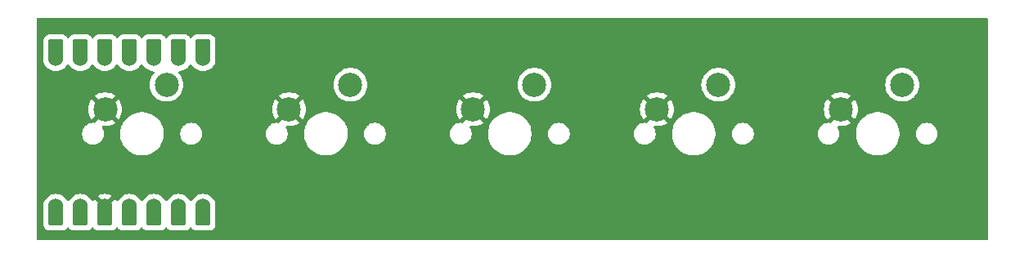
<source format=gbr>
%TF.GenerationSoftware,KiCad,Pcbnew,8.0.5*%
%TF.CreationDate,2024-10-28T21:30:14-07:00*%
%TF.ProjectId,PRISM Macro Pad,50524953-4d20-44d6-9163-726f20506164,rev?*%
%TF.SameCoordinates,Original*%
%TF.FileFunction,Copper,L2,Bot*%
%TF.FilePolarity,Positive*%
%FSLAX46Y46*%
G04 Gerber Fmt 4.6, Leading zero omitted, Abs format (unit mm)*
G04 Created by KiCad (PCBNEW 8.0.5) date 2024-10-28 21:30:14*
%MOMM*%
%LPD*%
G01*
G04 APERTURE LIST*
G04 Aperture macros list*
%AMRoundRect*
0 Rectangle with rounded corners*
0 $1 Rounding radius*
0 $2 $3 $4 $5 $6 $7 $8 $9 X,Y pos of 4 corners*
0 Add a 4 corners polygon primitive as box body*
4,1,4,$2,$3,$4,$5,$6,$7,$8,$9,$2,$3,0*
0 Add four circle primitives for the rounded corners*
1,1,$1+$1,$2,$3*
1,1,$1+$1,$4,$5*
1,1,$1+$1,$6,$7*
1,1,$1+$1,$8,$9*
0 Add four rect primitives between the rounded corners*
20,1,$1+$1,$2,$3,$4,$5,0*
20,1,$1+$1,$4,$5,$6,$7,0*
20,1,$1+$1,$6,$7,$8,$9,0*
20,1,$1+$1,$8,$9,$2,$3,0*%
G04 Aperture macros list end*
%TA.AperFunction,SMDPad,CuDef*%
%ADD10RoundRect,0.152400X0.609600X-1.063600X0.609600X1.063600X-0.609600X1.063600X-0.609600X-1.063600X0*%
%TD*%
%TA.AperFunction,ComponentPad*%
%ADD11C,1.524000*%
%TD*%
%TA.AperFunction,SMDPad,CuDef*%
%ADD12RoundRect,0.152400X-0.609600X1.063600X-0.609600X-1.063600X0.609600X-1.063600X0.609600X1.063600X0*%
%TD*%
%TA.AperFunction,ComponentPad*%
%ADD13C,2.500000*%
%TD*%
G04 APERTURE END LIST*
D10*
%TO.P,U1,1,PA02_A0_D0*%
%TO.N,unconnected-(U1-PA02_A0_D0-Pad1)*%
X108000000Y-73925000D03*
D11*
X108000000Y-74760000D03*
D10*
%TO.P,U1,2,PA4_A1_D1*%
%TO.N,unconnected-(U1-PA4_A1_D1-Pad2)*%
X110540000Y-73925000D03*
D11*
X110540000Y-74760000D03*
D10*
%TO.P,U1,3,PA10_A2_D2*%
%TO.N,Net-(U1-PA10_A2_D2)*%
X113080000Y-73925000D03*
D11*
X113080000Y-74760000D03*
D10*
%TO.P,U1,4,PA11_A3_D3*%
%TO.N,Net-(U1-PA11_A3_D3)*%
X115620000Y-73925000D03*
D11*
X115620000Y-74760000D03*
D10*
%TO.P,U1,5,PA8_A4_D4_SDA*%
%TO.N,Net-(U1-PA8_A4_D4_SDA)*%
X118160000Y-73925000D03*
D11*
X118160000Y-74760000D03*
D10*
%TO.P,U1,6,PA9_A5_D5_SCL*%
%TO.N,Net-(U1-PA9_A5_D5_SCL)*%
X120700000Y-73925000D03*
D11*
X120700000Y-74760000D03*
D10*
%TO.P,U1,7,PB08_A6_D6_TX*%
%TO.N,Net-(U1-PB08_A6_D6_TX)*%
X123240000Y-73925000D03*
D11*
X123240000Y-74760000D03*
%TO.P,U1,8,PB09_A7_D7_RX*%
%TO.N,unconnected-(U1-PB09_A7_D7_RX-Pad8)*%
X123240000Y-90000000D03*
D12*
X123240000Y-90835000D03*
D11*
%TO.P,U1,9,PA7_A8_D8_SCK*%
%TO.N,unconnected-(U1-PA7_A8_D8_SCK-Pad9)*%
X120700000Y-90000000D03*
D12*
X120700000Y-90835000D03*
D11*
%TO.P,U1,10,PA5_A9_D9_MISO*%
%TO.N,unconnected-(U1-PA5_A9_D9_MISO-Pad10)*%
X118160000Y-90000000D03*
D12*
X118160000Y-90835000D03*
D11*
%TO.P,U1,11,PA6_A10_D10_MOSI*%
%TO.N,unconnected-(U1-PA6_A10_D10_MOSI-Pad11)*%
X115620000Y-90000000D03*
D12*
X115620000Y-90835000D03*
D11*
%TO.P,U1,12,3V3*%
%TO.N,Net-(U1-3V3)*%
X113080000Y-90000000D03*
D12*
X113080000Y-90835000D03*
D11*
%TO.P,U1,13,GND*%
%TO.N,unconnected-(U1-GND-Pad13)*%
X110540000Y-90000000D03*
D12*
X110540000Y-90835000D03*
D11*
%TO.P,U1,14,5V*%
%TO.N,unconnected-(U1-5V-Pad14)*%
X108000000Y-90000000D03*
D12*
X108000000Y-90835000D03*
%TD*%
D13*
%TO.P,A,2*%
%TO.N,Net-(U1-PB08_A6_D6_TX)*%
X119460000Y-77420000D03*
%TO.P,A,1*%
%TO.N,Net-(U1-3V3)*%
X113110000Y-79960000D03*
%TD*%
%TO.P,I,1*%
%TO.N,Net-(U1-3V3)*%
X132150000Y-79960000D03*
%TO.P,I,2*%
%TO.N,Net-(U1-PA9_A5_D5_SCL)*%
X138500000Y-77420000D03*
%TD*%
%TO.P,H,2*%
%TO.N,Net-(U1-PA8_A4_D4_SDA)*%
X157540000Y-77420000D03*
%TO.P,H,1*%
%TO.N,Net-(U1-3V3)*%
X151190000Y-79960000D03*
%TD*%
%TO.P,D,1*%
%TO.N,Net-(U1-3V3)*%
X170230000Y-79960000D03*
%TO.P,D,2*%
%TO.N,Net-(U1-PA11_A3_D3)*%
X176580000Y-77420000D03*
%TD*%
%TO.P,L,2*%
%TO.N,Net-(U1-PA10_A2_D2)*%
X195620000Y-77420000D03*
%TO.P,L,1*%
%TO.N,Net-(U1-3V3)*%
X189270000Y-79960000D03*
%TD*%
%TA.AperFunction,Conductor*%
%TO.N,Net-(U1-3V3)*%
G36*
X204443039Y-70519685D02*
G01*
X204488794Y-70572489D01*
X204500000Y-70624000D01*
X204500000Y-93376000D01*
X204480315Y-93443039D01*
X204427511Y-93488794D01*
X204376000Y-93500000D01*
X106124000Y-93500000D01*
X106056961Y-93480315D01*
X106011206Y-93427511D01*
X106000000Y-93376000D01*
X106000000Y-89999997D01*
X106732677Y-89999997D01*
X106732677Y-90000000D01*
X106737028Y-90049732D01*
X106737500Y-90060540D01*
X106737500Y-91964541D01*
X106740412Y-92001546D01*
X106740413Y-92001552D01*
X106786434Y-92159954D01*
X106786435Y-92159957D01*
X106870405Y-92301943D01*
X106870412Y-92301952D01*
X106987047Y-92418587D01*
X106987051Y-92418590D01*
X106987053Y-92418592D01*
X107129041Y-92502564D01*
X107170816Y-92514701D01*
X107287447Y-92548586D01*
X107287450Y-92548586D01*
X107287452Y-92548587D01*
X107324466Y-92551500D01*
X107324474Y-92551500D01*
X108675526Y-92551500D01*
X108675534Y-92551500D01*
X108712548Y-92548587D01*
X108712550Y-92548586D01*
X108712552Y-92548586D01*
X108754323Y-92536449D01*
X108870959Y-92502564D01*
X109012947Y-92418592D01*
X109129592Y-92301947D01*
X109163268Y-92245003D01*
X109214337Y-92197321D01*
X109283079Y-92184817D01*
X109347668Y-92211462D01*
X109376732Y-92245004D01*
X109410405Y-92301943D01*
X109410407Y-92301946D01*
X109410412Y-92301952D01*
X109527047Y-92418587D01*
X109527051Y-92418590D01*
X109527053Y-92418592D01*
X109669041Y-92502564D01*
X109710816Y-92514701D01*
X109827447Y-92548586D01*
X109827450Y-92548586D01*
X109827452Y-92548587D01*
X109864466Y-92551500D01*
X109864474Y-92551500D01*
X111215526Y-92551500D01*
X111215534Y-92551500D01*
X111252548Y-92548587D01*
X111252550Y-92548586D01*
X111252552Y-92548586D01*
X111294323Y-92536449D01*
X111410959Y-92502564D01*
X111552947Y-92418592D01*
X111669592Y-92301947D01*
X111669776Y-92301637D01*
X111703558Y-92244514D01*
X111754626Y-92196830D01*
X111823368Y-92184326D01*
X111887958Y-92210971D01*
X111917022Y-92244513D01*
X111950803Y-92301634D01*
X111950810Y-92301643D01*
X112067356Y-92418189D01*
X112067365Y-92418196D01*
X112209243Y-92502102D01*
X112209246Y-92502103D01*
X112367526Y-92548088D01*
X112367532Y-92548089D01*
X112404518Y-92550999D01*
X113755469Y-92550999D01*
X113755491Y-92550998D01*
X113792466Y-92548089D01*
X113950757Y-92502102D01*
X114092634Y-92418196D01*
X114092643Y-92418189D01*
X114209189Y-92301643D01*
X114209193Y-92301637D01*
X114242976Y-92244514D01*
X114294045Y-92196830D01*
X114362787Y-92184326D01*
X114427376Y-92210971D01*
X114456440Y-92244511D01*
X114490408Y-92301947D01*
X114490410Y-92301949D01*
X114490412Y-92301952D01*
X114607047Y-92418587D01*
X114607051Y-92418590D01*
X114607053Y-92418592D01*
X114749041Y-92502564D01*
X114790816Y-92514701D01*
X114907447Y-92548586D01*
X114907450Y-92548586D01*
X114907452Y-92548587D01*
X114944466Y-92551500D01*
X114944474Y-92551500D01*
X116295526Y-92551500D01*
X116295534Y-92551500D01*
X116332548Y-92548587D01*
X116332550Y-92548586D01*
X116332552Y-92548586D01*
X116374323Y-92536449D01*
X116490959Y-92502564D01*
X116632947Y-92418592D01*
X116749592Y-92301947D01*
X116783268Y-92245003D01*
X116834337Y-92197321D01*
X116903079Y-92184817D01*
X116967668Y-92211462D01*
X116996732Y-92245004D01*
X117030405Y-92301943D01*
X117030407Y-92301946D01*
X117030412Y-92301952D01*
X117147047Y-92418587D01*
X117147051Y-92418590D01*
X117147053Y-92418592D01*
X117289041Y-92502564D01*
X117330816Y-92514701D01*
X117447447Y-92548586D01*
X117447450Y-92548586D01*
X117447452Y-92548587D01*
X117484466Y-92551500D01*
X117484474Y-92551500D01*
X118835526Y-92551500D01*
X118835534Y-92551500D01*
X118872548Y-92548587D01*
X118872550Y-92548586D01*
X118872552Y-92548586D01*
X118914323Y-92536449D01*
X119030959Y-92502564D01*
X119172947Y-92418592D01*
X119289592Y-92301947D01*
X119323268Y-92245003D01*
X119374337Y-92197321D01*
X119443079Y-92184817D01*
X119507668Y-92211462D01*
X119536732Y-92245004D01*
X119570405Y-92301943D01*
X119570407Y-92301946D01*
X119570412Y-92301952D01*
X119687047Y-92418587D01*
X119687051Y-92418590D01*
X119687053Y-92418592D01*
X119829041Y-92502564D01*
X119870816Y-92514701D01*
X119987447Y-92548586D01*
X119987450Y-92548586D01*
X119987452Y-92548587D01*
X120024466Y-92551500D01*
X120024474Y-92551500D01*
X121375526Y-92551500D01*
X121375534Y-92551500D01*
X121412548Y-92548587D01*
X121412550Y-92548586D01*
X121412552Y-92548586D01*
X121454323Y-92536449D01*
X121570959Y-92502564D01*
X121712947Y-92418592D01*
X121829592Y-92301947D01*
X121863268Y-92245003D01*
X121914337Y-92197321D01*
X121983079Y-92184817D01*
X122047668Y-92211462D01*
X122076732Y-92245004D01*
X122110405Y-92301943D01*
X122110407Y-92301946D01*
X122110412Y-92301952D01*
X122227047Y-92418587D01*
X122227051Y-92418590D01*
X122227053Y-92418592D01*
X122369041Y-92502564D01*
X122410816Y-92514701D01*
X122527447Y-92548586D01*
X122527450Y-92548586D01*
X122527452Y-92548587D01*
X122564466Y-92551500D01*
X122564474Y-92551500D01*
X123915526Y-92551500D01*
X123915534Y-92551500D01*
X123952548Y-92548587D01*
X123952550Y-92548586D01*
X123952552Y-92548586D01*
X123994323Y-92536449D01*
X124110959Y-92502564D01*
X124252947Y-92418592D01*
X124369592Y-92301947D01*
X124453564Y-92159959D01*
X124499587Y-92001548D01*
X124502500Y-91964534D01*
X124502500Y-90060540D01*
X124502972Y-90049732D01*
X124507323Y-90000000D01*
X124507323Y-89999997D01*
X124502972Y-89950265D01*
X124502500Y-89939458D01*
X124502500Y-89705473D01*
X124502499Y-89705458D01*
X124499587Y-89668453D01*
X124499586Y-89668447D01*
X124453565Y-89510045D01*
X124453564Y-89510042D01*
X124453564Y-89510041D01*
X124392795Y-89407287D01*
X124369594Y-89368056D01*
X124369587Y-89368047D01*
X124274334Y-89272794D01*
X124260440Y-89256236D01*
X124210827Y-89185381D01*
X124210826Y-89185380D01*
X124054620Y-89029174D01*
X124054616Y-89029171D01*
X124054615Y-89029170D01*
X123873666Y-88902468D01*
X123873662Y-88902466D01*
X123873660Y-88902465D01*
X123673450Y-88809106D01*
X123673447Y-88809105D01*
X123673445Y-88809104D01*
X123460070Y-88751930D01*
X123460062Y-88751929D01*
X123240002Y-88732677D01*
X123239998Y-88732677D01*
X123019937Y-88751929D01*
X123019929Y-88751930D01*
X122806554Y-88809104D01*
X122806548Y-88809107D01*
X122606340Y-88902465D01*
X122606338Y-88902466D01*
X122425381Y-89029172D01*
X122269172Y-89185382D01*
X122219558Y-89256237D01*
X122205666Y-89272792D01*
X122110413Y-89368046D01*
X122110408Y-89368053D01*
X122076732Y-89424996D01*
X122025662Y-89472679D01*
X121956921Y-89485182D01*
X121892331Y-89458536D01*
X121863268Y-89424996D01*
X121829592Y-89368053D01*
X121829589Y-89368050D01*
X121829587Y-89368047D01*
X121734334Y-89272794D01*
X121720440Y-89256236D01*
X121670827Y-89185381D01*
X121670826Y-89185380D01*
X121514620Y-89029174D01*
X121514616Y-89029171D01*
X121514615Y-89029170D01*
X121333666Y-88902468D01*
X121333662Y-88902466D01*
X121333660Y-88902465D01*
X121133450Y-88809106D01*
X121133447Y-88809105D01*
X121133445Y-88809104D01*
X120920070Y-88751930D01*
X120920062Y-88751929D01*
X120700002Y-88732677D01*
X120699998Y-88732677D01*
X120479937Y-88751929D01*
X120479929Y-88751930D01*
X120266554Y-88809104D01*
X120266548Y-88809107D01*
X120066340Y-88902465D01*
X120066338Y-88902466D01*
X119885381Y-89029172D01*
X119729172Y-89185382D01*
X119679558Y-89256237D01*
X119665666Y-89272792D01*
X119570413Y-89368046D01*
X119570408Y-89368053D01*
X119536732Y-89424996D01*
X119485662Y-89472679D01*
X119416921Y-89485182D01*
X119352331Y-89458536D01*
X119323268Y-89424996D01*
X119289592Y-89368053D01*
X119289589Y-89368050D01*
X119289587Y-89368047D01*
X119194334Y-89272794D01*
X119180440Y-89256236D01*
X119130827Y-89185381D01*
X119130826Y-89185380D01*
X118974620Y-89029174D01*
X118974616Y-89029171D01*
X118974615Y-89029170D01*
X118793666Y-88902468D01*
X118793662Y-88902466D01*
X118793660Y-88902465D01*
X118593450Y-88809106D01*
X118593447Y-88809105D01*
X118593445Y-88809104D01*
X118380070Y-88751930D01*
X118380062Y-88751929D01*
X118160002Y-88732677D01*
X118159998Y-88732677D01*
X117939937Y-88751929D01*
X117939929Y-88751930D01*
X117726554Y-88809104D01*
X117726548Y-88809107D01*
X117526340Y-88902465D01*
X117526338Y-88902466D01*
X117345381Y-89029172D01*
X117189172Y-89185382D01*
X117139558Y-89256237D01*
X117125666Y-89272792D01*
X117030413Y-89368046D01*
X117030408Y-89368053D01*
X116996732Y-89424996D01*
X116945662Y-89472679D01*
X116876921Y-89485182D01*
X116812331Y-89458536D01*
X116783268Y-89424996D01*
X116749592Y-89368053D01*
X116749589Y-89368050D01*
X116749587Y-89368047D01*
X116654334Y-89272794D01*
X116640440Y-89256236D01*
X116590827Y-89185381D01*
X116590826Y-89185380D01*
X116434620Y-89029174D01*
X116434616Y-89029171D01*
X116434615Y-89029170D01*
X116253666Y-88902468D01*
X116253662Y-88902466D01*
X116253660Y-88902465D01*
X116053450Y-88809106D01*
X116053447Y-88809105D01*
X116053445Y-88809104D01*
X115840070Y-88751930D01*
X115840062Y-88751929D01*
X115620002Y-88732677D01*
X115619998Y-88732677D01*
X115399937Y-88751929D01*
X115399929Y-88751930D01*
X115186554Y-88809104D01*
X115186548Y-88809107D01*
X114986340Y-88902465D01*
X114986338Y-88902466D01*
X114805381Y-89029172D01*
X114649172Y-89185382D01*
X114599558Y-89256237D01*
X114585666Y-89272792D01*
X114490413Y-89368046D01*
X114490403Y-89368058D01*
X114456440Y-89425487D01*
X114405371Y-89473170D01*
X114336629Y-89485673D01*
X114272040Y-89459027D01*
X114242977Y-89425486D01*
X114209195Y-89368364D01*
X114209192Y-89368360D01*
X114137191Y-89296360D01*
X113517646Y-89915904D01*
X113494208Y-89828429D01*
X113435689Y-89727070D01*
X113352930Y-89644311D01*
X113251571Y-89585792D01*
X113164095Y-89562352D01*
X113778188Y-88948259D01*
X113778187Y-88948258D01*
X113713411Y-88902901D01*
X113713405Y-88902898D01*
X113513284Y-88809580D01*
X113513270Y-88809575D01*
X113299986Y-88752426D01*
X113299976Y-88752424D01*
X113080001Y-88733179D01*
X113079999Y-88733179D01*
X112860023Y-88752424D01*
X112860013Y-88752426D01*
X112646729Y-88809575D01*
X112646720Y-88809579D01*
X112446590Y-88902901D01*
X112381811Y-88948258D01*
X112995905Y-89562352D01*
X112908429Y-89585792D01*
X112807070Y-89644311D01*
X112724311Y-89727070D01*
X112665792Y-89828429D01*
X112642352Y-89915905D01*
X112022807Y-89296360D01*
X111950810Y-89368357D01*
X111950800Y-89368370D01*
X111917021Y-89425487D01*
X111865952Y-89473170D01*
X111797210Y-89485673D01*
X111732621Y-89459027D01*
X111703558Y-89425486D01*
X111669594Y-89368056D01*
X111669587Y-89368047D01*
X111574334Y-89272794D01*
X111560440Y-89256236D01*
X111510827Y-89185381D01*
X111510826Y-89185380D01*
X111354620Y-89029174D01*
X111354616Y-89029171D01*
X111354615Y-89029170D01*
X111173666Y-88902468D01*
X111173662Y-88902466D01*
X111173660Y-88902465D01*
X110973450Y-88809106D01*
X110973447Y-88809105D01*
X110973445Y-88809104D01*
X110760070Y-88751930D01*
X110760062Y-88751929D01*
X110540002Y-88732677D01*
X110539998Y-88732677D01*
X110319937Y-88751929D01*
X110319929Y-88751930D01*
X110106554Y-88809104D01*
X110106548Y-88809107D01*
X109906340Y-88902465D01*
X109906338Y-88902466D01*
X109725381Y-89029172D01*
X109569172Y-89185382D01*
X109519558Y-89256237D01*
X109505666Y-89272792D01*
X109410413Y-89368046D01*
X109410408Y-89368053D01*
X109376732Y-89424996D01*
X109325662Y-89472679D01*
X109256921Y-89485182D01*
X109192331Y-89458536D01*
X109163268Y-89424996D01*
X109129592Y-89368053D01*
X109129589Y-89368050D01*
X109129587Y-89368047D01*
X109034334Y-89272794D01*
X109020440Y-89256236D01*
X108970827Y-89185381D01*
X108970826Y-89185380D01*
X108814620Y-89029174D01*
X108814616Y-89029171D01*
X108814615Y-89029170D01*
X108633666Y-88902468D01*
X108633662Y-88902466D01*
X108633660Y-88902465D01*
X108433450Y-88809106D01*
X108433447Y-88809105D01*
X108433445Y-88809104D01*
X108220070Y-88751930D01*
X108220062Y-88751929D01*
X108000002Y-88732677D01*
X107999998Y-88732677D01*
X107779937Y-88751929D01*
X107779929Y-88751930D01*
X107566554Y-88809104D01*
X107566548Y-88809107D01*
X107366340Y-88902465D01*
X107366338Y-88902466D01*
X107185381Y-89029172D01*
X107029172Y-89185382D01*
X106979558Y-89256237D01*
X106965666Y-89272792D01*
X106870413Y-89368046D01*
X106870405Y-89368056D01*
X106786435Y-89510042D01*
X106786434Y-89510045D01*
X106740413Y-89668447D01*
X106740412Y-89668453D01*
X106737500Y-89705458D01*
X106737500Y-89939458D01*
X106737028Y-89950265D01*
X106732677Y-89999997D01*
X106000000Y-89999997D01*
X106000000Y-82411421D01*
X110714500Y-82411421D01*
X110714500Y-82588578D01*
X110742214Y-82763556D01*
X110796956Y-82932039D01*
X110796957Y-82932042D01*
X110877386Y-83089890D01*
X110981517Y-83233214D01*
X111106786Y-83358483D01*
X111250110Y-83462614D01*
X111318577Y-83497500D01*
X111407957Y-83543042D01*
X111407960Y-83543043D01*
X111492201Y-83570414D01*
X111576445Y-83597786D01*
X111751421Y-83625500D01*
X111751422Y-83625500D01*
X111928578Y-83625500D01*
X111928579Y-83625500D01*
X112103555Y-83597786D01*
X112272042Y-83543042D01*
X112429890Y-83462614D01*
X112573214Y-83358483D01*
X112698483Y-83233214D01*
X112802614Y-83089890D01*
X112883042Y-82932042D01*
X112937786Y-82763555D01*
X112965500Y-82588579D01*
X112965500Y-82411421D01*
X112956165Y-82352486D01*
X114669500Y-82352486D01*
X114669500Y-82647513D01*
X114684778Y-82763555D01*
X114708007Y-82939993D01*
X114784361Y-83224951D01*
X114784364Y-83224961D01*
X114897254Y-83497500D01*
X114897258Y-83497510D01*
X115044761Y-83752993D01*
X115224352Y-83987040D01*
X115224358Y-83987047D01*
X115432952Y-84195641D01*
X115432959Y-84195647D01*
X115667006Y-84375238D01*
X115922489Y-84522741D01*
X115922490Y-84522741D01*
X115922493Y-84522743D01*
X116195048Y-84635639D01*
X116480007Y-84711993D01*
X116772494Y-84750500D01*
X116772501Y-84750500D01*
X117067499Y-84750500D01*
X117067506Y-84750500D01*
X117359993Y-84711993D01*
X117644952Y-84635639D01*
X117917507Y-84522743D01*
X118172994Y-84375238D01*
X118407042Y-84195646D01*
X118615646Y-83987042D01*
X118795238Y-83752994D01*
X118942743Y-83497507D01*
X119055639Y-83224952D01*
X119131993Y-82939993D01*
X119170500Y-82647506D01*
X119170500Y-82411421D01*
X120874500Y-82411421D01*
X120874500Y-82588578D01*
X120902214Y-82763556D01*
X120956956Y-82932039D01*
X120956957Y-82932042D01*
X121037386Y-83089890D01*
X121141517Y-83233214D01*
X121266786Y-83358483D01*
X121410110Y-83462614D01*
X121478577Y-83497500D01*
X121567957Y-83543042D01*
X121567960Y-83543043D01*
X121652201Y-83570414D01*
X121736445Y-83597786D01*
X121911421Y-83625500D01*
X121911422Y-83625500D01*
X122088578Y-83625500D01*
X122088579Y-83625500D01*
X122263555Y-83597786D01*
X122432042Y-83543042D01*
X122589890Y-83462614D01*
X122733214Y-83358483D01*
X122858483Y-83233214D01*
X122962614Y-83089890D01*
X123043042Y-82932042D01*
X123097786Y-82763555D01*
X123125500Y-82588579D01*
X123125500Y-82411421D01*
X129754500Y-82411421D01*
X129754500Y-82588578D01*
X129782214Y-82763556D01*
X129836956Y-82932039D01*
X129836957Y-82932042D01*
X129917386Y-83089890D01*
X130021517Y-83233214D01*
X130146786Y-83358483D01*
X130290110Y-83462614D01*
X130358577Y-83497500D01*
X130447957Y-83543042D01*
X130447960Y-83543043D01*
X130532201Y-83570414D01*
X130616445Y-83597786D01*
X130791421Y-83625500D01*
X130791422Y-83625500D01*
X130968578Y-83625500D01*
X130968579Y-83625500D01*
X131143555Y-83597786D01*
X131312042Y-83543042D01*
X131469890Y-83462614D01*
X131613214Y-83358483D01*
X131738483Y-83233214D01*
X131842614Y-83089890D01*
X131923042Y-82932042D01*
X131977786Y-82763555D01*
X132005500Y-82588579D01*
X132005500Y-82411421D01*
X131996165Y-82352486D01*
X133709500Y-82352486D01*
X133709500Y-82647513D01*
X133724778Y-82763555D01*
X133748007Y-82939993D01*
X133824361Y-83224951D01*
X133824364Y-83224961D01*
X133937254Y-83497500D01*
X133937258Y-83497510D01*
X134084761Y-83752993D01*
X134264352Y-83987040D01*
X134264358Y-83987047D01*
X134472952Y-84195641D01*
X134472959Y-84195647D01*
X134707006Y-84375238D01*
X134962489Y-84522741D01*
X134962490Y-84522741D01*
X134962493Y-84522743D01*
X135235048Y-84635639D01*
X135520007Y-84711993D01*
X135812494Y-84750500D01*
X135812501Y-84750500D01*
X136107499Y-84750500D01*
X136107506Y-84750500D01*
X136399993Y-84711993D01*
X136684952Y-84635639D01*
X136957507Y-84522743D01*
X137212994Y-84375238D01*
X137447042Y-84195646D01*
X137655646Y-83987042D01*
X137835238Y-83752994D01*
X137982743Y-83497507D01*
X138095639Y-83224952D01*
X138171993Y-82939993D01*
X138210500Y-82647506D01*
X138210500Y-82411421D01*
X139914500Y-82411421D01*
X139914500Y-82588578D01*
X139942214Y-82763556D01*
X139996956Y-82932039D01*
X139996957Y-82932042D01*
X140077386Y-83089890D01*
X140181517Y-83233214D01*
X140306786Y-83358483D01*
X140450110Y-83462614D01*
X140518577Y-83497500D01*
X140607957Y-83543042D01*
X140607960Y-83543043D01*
X140692201Y-83570414D01*
X140776445Y-83597786D01*
X140951421Y-83625500D01*
X140951422Y-83625500D01*
X141128578Y-83625500D01*
X141128579Y-83625500D01*
X141303555Y-83597786D01*
X141472042Y-83543042D01*
X141629890Y-83462614D01*
X141773214Y-83358483D01*
X141898483Y-83233214D01*
X142002614Y-83089890D01*
X142083042Y-82932042D01*
X142137786Y-82763555D01*
X142165500Y-82588579D01*
X142165500Y-82411421D01*
X148794500Y-82411421D01*
X148794500Y-82588578D01*
X148822214Y-82763556D01*
X148876956Y-82932039D01*
X148876957Y-82932042D01*
X148957386Y-83089890D01*
X149061517Y-83233214D01*
X149186786Y-83358483D01*
X149330110Y-83462614D01*
X149398577Y-83497500D01*
X149487957Y-83543042D01*
X149487960Y-83543043D01*
X149572201Y-83570414D01*
X149656445Y-83597786D01*
X149831421Y-83625500D01*
X149831422Y-83625500D01*
X150008578Y-83625500D01*
X150008579Y-83625500D01*
X150183555Y-83597786D01*
X150352042Y-83543042D01*
X150509890Y-83462614D01*
X150653214Y-83358483D01*
X150778483Y-83233214D01*
X150882614Y-83089890D01*
X150963042Y-82932042D01*
X151017786Y-82763555D01*
X151045500Y-82588579D01*
X151045500Y-82411421D01*
X151036165Y-82352486D01*
X152749500Y-82352486D01*
X152749500Y-82647513D01*
X152764778Y-82763555D01*
X152788007Y-82939993D01*
X152864361Y-83224951D01*
X152864364Y-83224961D01*
X152977254Y-83497500D01*
X152977258Y-83497510D01*
X153124761Y-83752993D01*
X153304352Y-83987040D01*
X153304358Y-83987047D01*
X153512952Y-84195641D01*
X153512959Y-84195647D01*
X153747006Y-84375238D01*
X154002489Y-84522741D01*
X154002490Y-84522741D01*
X154002493Y-84522743D01*
X154275048Y-84635639D01*
X154560007Y-84711993D01*
X154852494Y-84750500D01*
X154852501Y-84750500D01*
X155147499Y-84750500D01*
X155147506Y-84750500D01*
X155439993Y-84711993D01*
X155724952Y-84635639D01*
X155997507Y-84522743D01*
X156252994Y-84375238D01*
X156487042Y-84195646D01*
X156695646Y-83987042D01*
X156875238Y-83752994D01*
X157022743Y-83497507D01*
X157135639Y-83224952D01*
X157211993Y-82939993D01*
X157250500Y-82647506D01*
X157250500Y-82411421D01*
X158954500Y-82411421D01*
X158954500Y-82588578D01*
X158982214Y-82763556D01*
X159036956Y-82932039D01*
X159036957Y-82932042D01*
X159117386Y-83089890D01*
X159221517Y-83233214D01*
X159346786Y-83358483D01*
X159490110Y-83462614D01*
X159558577Y-83497500D01*
X159647957Y-83543042D01*
X159647960Y-83543043D01*
X159732201Y-83570414D01*
X159816445Y-83597786D01*
X159991421Y-83625500D01*
X159991422Y-83625500D01*
X160168578Y-83625500D01*
X160168579Y-83625500D01*
X160343555Y-83597786D01*
X160512042Y-83543042D01*
X160669890Y-83462614D01*
X160813214Y-83358483D01*
X160938483Y-83233214D01*
X161042614Y-83089890D01*
X161123042Y-82932042D01*
X161177786Y-82763555D01*
X161205500Y-82588579D01*
X161205500Y-82411421D01*
X167834500Y-82411421D01*
X167834500Y-82588578D01*
X167862214Y-82763556D01*
X167916956Y-82932039D01*
X167916957Y-82932042D01*
X167997386Y-83089890D01*
X168101517Y-83233214D01*
X168226786Y-83358483D01*
X168370110Y-83462614D01*
X168438577Y-83497500D01*
X168527957Y-83543042D01*
X168527960Y-83543043D01*
X168612201Y-83570414D01*
X168696445Y-83597786D01*
X168871421Y-83625500D01*
X168871422Y-83625500D01*
X169048578Y-83625500D01*
X169048579Y-83625500D01*
X169223555Y-83597786D01*
X169392042Y-83543042D01*
X169549890Y-83462614D01*
X169693214Y-83358483D01*
X169818483Y-83233214D01*
X169922614Y-83089890D01*
X170003042Y-82932042D01*
X170057786Y-82763555D01*
X170085500Y-82588579D01*
X170085500Y-82411421D01*
X170076165Y-82352486D01*
X171789500Y-82352486D01*
X171789500Y-82647513D01*
X171804778Y-82763555D01*
X171828007Y-82939993D01*
X171904361Y-83224951D01*
X171904364Y-83224961D01*
X172017254Y-83497500D01*
X172017258Y-83497510D01*
X172164761Y-83752993D01*
X172344352Y-83987040D01*
X172344358Y-83987047D01*
X172552952Y-84195641D01*
X172552959Y-84195647D01*
X172787006Y-84375238D01*
X173042489Y-84522741D01*
X173042490Y-84522741D01*
X173042493Y-84522743D01*
X173315048Y-84635639D01*
X173600007Y-84711993D01*
X173892494Y-84750500D01*
X173892501Y-84750500D01*
X174187499Y-84750500D01*
X174187506Y-84750500D01*
X174479993Y-84711993D01*
X174764952Y-84635639D01*
X175037507Y-84522743D01*
X175292994Y-84375238D01*
X175527042Y-84195646D01*
X175735646Y-83987042D01*
X175915238Y-83752994D01*
X176062743Y-83497507D01*
X176175639Y-83224952D01*
X176251993Y-82939993D01*
X176290500Y-82647506D01*
X176290500Y-82411421D01*
X177994500Y-82411421D01*
X177994500Y-82588578D01*
X178022214Y-82763556D01*
X178076956Y-82932039D01*
X178076957Y-82932042D01*
X178157386Y-83089890D01*
X178261517Y-83233214D01*
X178386786Y-83358483D01*
X178530110Y-83462614D01*
X178598577Y-83497500D01*
X178687957Y-83543042D01*
X178687960Y-83543043D01*
X178772201Y-83570414D01*
X178856445Y-83597786D01*
X179031421Y-83625500D01*
X179031422Y-83625500D01*
X179208578Y-83625500D01*
X179208579Y-83625500D01*
X179383555Y-83597786D01*
X179552042Y-83543042D01*
X179709890Y-83462614D01*
X179853214Y-83358483D01*
X179978483Y-83233214D01*
X180082614Y-83089890D01*
X180163042Y-82932042D01*
X180217786Y-82763555D01*
X180245500Y-82588579D01*
X180245500Y-82411421D01*
X186874500Y-82411421D01*
X186874500Y-82588578D01*
X186902214Y-82763556D01*
X186956956Y-82932039D01*
X186956957Y-82932042D01*
X187037386Y-83089890D01*
X187141517Y-83233214D01*
X187266786Y-83358483D01*
X187410110Y-83462614D01*
X187478577Y-83497500D01*
X187567957Y-83543042D01*
X187567960Y-83543043D01*
X187652201Y-83570414D01*
X187736445Y-83597786D01*
X187911421Y-83625500D01*
X187911422Y-83625500D01*
X188088578Y-83625500D01*
X188088579Y-83625500D01*
X188263555Y-83597786D01*
X188432042Y-83543042D01*
X188589890Y-83462614D01*
X188733214Y-83358483D01*
X188858483Y-83233214D01*
X188962614Y-83089890D01*
X189043042Y-82932042D01*
X189097786Y-82763555D01*
X189125500Y-82588579D01*
X189125500Y-82411421D01*
X189116165Y-82352486D01*
X190829500Y-82352486D01*
X190829500Y-82647513D01*
X190844778Y-82763555D01*
X190868007Y-82939993D01*
X190944361Y-83224951D01*
X190944364Y-83224961D01*
X191057254Y-83497500D01*
X191057258Y-83497510D01*
X191204761Y-83752993D01*
X191384352Y-83987040D01*
X191384358Y-83987047D01*
X191592952Y-84195641D01*
X191592959Y-84195647D01*
X191827006Y-84375238D01*
X192082489Y-84522741D01*
X192082490Y-84522741D01*
X192082493Y-84522743D01*
X192355048Y-84635639D01*
X192640007Y-84711993D01*
X192932494Y-84750500D01*
X192932501Y-84750500D01*
X193227499Y-84750500D01*
X193227506Y-84750500D01*
X193519993Y-84711993D01*
X193804952Y-84635639D01*
X194077507Y-84522743D01*
X194332994Y-84375238D01*
X194567042Y-84195646D01*
X194775646Y-83987042D01*
X194955238Y-83752994D01*
X195102743Y-83497507D01*
X195215639Y-83224952D01*
X195291993Y-82939993D01*
X195330500Y-82647506D01*
X195330500Y-82411421D01*
X197034500Y-82411421D01*
X197034500Y-82588578D01*
X197062214Y-82763556D01*
X197116956Y-82932039D01*
X197116957Y-82932042D01*
X197197386Y-83089890D01*
X197301517Y-83233214D01*
X197426786Y-83358483D01*
X197570110Y-83462614D01*
X197638577Y-83497500D01*
X197727957Y-83543042D01*
X197727960Y-83543043D01*
X197812201Y-83570414D01*
X197896445Y-83597786D01*
X198071421Y-83625500D01*
X198071422Y-83625500D01*
X198248578Y-83625500D01*
X198248579Y-83625500D01*
X198423555Y-83597786D01*
X198592042Y-83543042D01*
X198749890Y-83462614D01*
X198893214Y-83358483D01*
X199018483Y-83233214D01*
X199122614Y-83089890D01*
X199203042Y-82932042D01*
X199257786Y-82763555D01*
X199285500Y-82588579D01*
X199285500Y-82411421D01*
X199257786Y-82236445D01*
X199203042Y-82067958D01*
X199203042Y-82067957D01*
X199122613Y-81910109D01*
X199111789Y-81895211D01*
X199018483Y-81766786D01*
X198893214Y-81641517D01*
X198749890Y-81537386D01*
X198592042Y-81456957D01*
X198592039Y-81456956D01*
X198423556Y-81402214D01*
X198336067Y-81388357D01*
X198248579Y-81374500D01*
X198071421Y-81374500D01*
X198013095Y-81383738D01*
X197896443Y-81402214D01*
X197727960Y-81456956D01*
X197727957Y-81456957D01*
X197570109Y-81537386D01*
X197492745Y-81593595D01*
X197426786Y-81641517D01*
X197426784Y-81641519D01*
X197426783Y-81641519D01*
X197301519Y-81766783D01*
X197301519Y-81766784D01*
X197301517Y-81766786D01*
X197256796Y-81828338D01*
X197197386Y-81910109D01*
X197116957Y-82067957D01*
X197116956Y-82067960D01*
X197062214Y-82236443D01*
X197034500Y-82411421D01*
X195330500Y-82411421D01*
X195330500Y-82352494D01*
X195291993Y-82060007D01*
X195215639Y-81775048D01*
X195102743Y-81502493D01*
X195076453Y-81456958D01*
X194955238Y-81247006D01*
X194775647Y-81012959D01*
X194775641Y-81012952D01*
X194567047Y-80804358D01*
X194567040Y-80804352D01*
X194332993Y-80624761D01*
X194077510Y-80477258D01*
X194077500Y-80477254D01*
X193804961Y-80364364D01*
X193804954Y-80364362D01*
X193804952Y-80364361D01*
X193519993Y-80288007D01*
X193471113Y-80281571D01*
X193227513Y-80249500D01*
X193227506Y-80249500D01*
X192932494Y-80249500D01*
X192932486Y-80249500D01*
X192654085Y-80286153D01*
X192640007Y-80288007D01*
X192355048Y-80364361D01*
X192355038Y-80364364D01*
X192082499Y-80477254D01*
X192082489Y-80477258D01*
X191827006Y-80624761D01*
X191592959Y-80804352D01*
X191592952Y-80804358D01*
X191384358Y-81012952D01*
X191384352Y-81012959D01*
X191204761Y-81247006D01*
X191057258Y-81502489D01*
X191057254Y-81502499D01*
X190944364Y-81775038D01*
X190944361Y-81775048D01*
X190908172Y-81910110D01*
X190868008Y-82060004D01*
X190868006Y-82060015D01*
X190829500Y-82352486D01*
X189116165Y-82352486D01*
X189097786Y-82236445D01*
X189043042Y-82067958D01*
X189043042Y-82067957D01*
X188962613Y-81910109D01*
X188951789Y-81895211D01*
X188928309Y-81829405D01*
X188944134Y-81761351D01*
X188994239Y-81712656D01*
X189062717Y-81698780D01*
X189070589Y-81699710D01*
X189138851Y-81709999D01*
X189138857Y-81710000D01*
X189401143Y-81710000D01*
X189401151Y-81709999D01*
X189660499Y-81670909D01*
X189660505Y-81670907D01*
X189911143Y-81593595D01*
X190147445Y-81479798D01*
X190147447Y-81479797D01*
X190319168Y-81362720D01*
X189594025Y-80637578D01*
X189625258Y-80624641D01*
X189748097Y-80542563D01*
X189852563Y-80438097D01*
X189934641Y-80315258D01*
X189947578Y-80284025D01*
X190672125Y-81008572D01*
X190719971Y-80948573D01*
X190851116Y-80721426D01*
X190946941Y-80477270D01*
X191005306Y-80221550D01*
X191005307Y-80221545D01*
X191024907Y-79960004D01*
X191024907Y-79959995D01*
X191005307Y-79698454D01*
X191005306Y-79698449D01*
X190946941Y-79442729D01*
X190851116Y-79198573D01*
X190851117Y-79198573D01*
X190719972Y-78971426D01*
X190672124Y-78911427D01*
X189947577Y-79635973D01*
X189934641Y-79604742D01*
X189852563Y-79481903D01*
X189748097Y-79377437D01*
X189625258Y-79295359D01*
X189594025Y-79282421D01*
X190319168Y-78557278D01*
X190147454Y-78440206D01*
X190147445Y-78440201D01*
X189911142Y-78326404D01*
X189911144Y-78326404D01*
X189660505Y-78249092D01*
X189660499Y-78249090D01*
X189401151Y-78210000D01*
X189138848Y-78210000D01*
X188879500Y-78249090D01*
X188879494Y-78249092D01*
X188628858Y-78326404D01*
X188628854Y-78326405D01*
X188392547Y-78440205D01*
X188392539Y-78440210D01*
X188220830Y-78557277D01*
X188945974Y-79282421D01*
X188914742Y-79295359D01*
X188791903Y-79377437D01*
X188687437Y-79481903D01*
X188605359Y-79604742D01*
X188592422Y-79635974D01*
X187867875Y-78911427D01*
X187867874Y-78911427D01*
X187820028Y-78971425D01*
X187688883Y-79198573D01*
X187593058Y-79442729D01*
X187534693Y-79698449D01*
X187534692Y-79698454D01*
X187515093Y-79959995D01*
X187515093Y-79960004D01*
X187534692Y-80221545D01*
X187534693Y-80221550D01*
X187593058Y-80477270D01*
X187688883Y-80721426D01*
X187688882Y-80721426D01*
X187820027Y-80948573D01*
X187867874Y-81008571D01*
X188592421Y-80284024D01*
X188605359Y-80315258D01*
X188687437Y-80438097D01*
X188791903Y-80542563D01*
X188914742Y-80624641D01*
X188945974Y-80637578D01*
X188237255Y-81346296D01*
X188175932Y-81379781D01*
X188130179Y-81381088D01*
X188088579Y-81374500D01*
X187911421Y-81374500D01*
X187853095Y-81383738D01*
X187736443Y-81402214D01*
X187567960Y-81456956D01*
X187567957Y-81456957D01*
X187410109Y-81537386D01*
X187332745Y-81593595D01*
X187266786Y-81641517D01*
X187266784Y-81641519D01*
X187266783Y-81641519D01*
X187141519Y-81766783D01*
X187141519Y-81766784D01*
X187141517Y-81766786D01*
X187096796Y-81828338D01*
X187037386Y-81910109D01*
X186956957Y-82067957D01*
X186956956Y-82067960D01*
X186902214Y-82236443D01*
X186874500Y-82411421D01*
X180245500Y-82411421D01*
X180217786Y-82236445D01*
X180163042Y-82067958D01*
X180163042Y-82067957D01*
X180082613Y-81910109D01*
X180071789Y-81895211D01*
X179978483Y-81766786D01*
X179853214Y-81641517D01*
X179709890Y-81537386D01*
X179552042Y-81456957D01*
X179552039Y-81456956D01*
X179383556Y-81402214D01*
X179296067Y-81388357D01*
X179208579Y-81374500D01*
X179031421Y-81374500D01*
X178973095Y-81383738D01*
X178856443Y-81402214D01*
X178687960Y-81456956D01*
X178687957Y-81456957D01*
X178530109Y-81537386D01*
X178452745Y-81593595D01*
X178386786Y-81641517D01*
X178386784Y-81641519D01*
X178386783Y-81641519D01*
X178261519Y-81766783D01*
X178261519Y-81766784D01*
X178261517Y-81766786D01*
X178216796Y-81828338D01*
X178157386Y-81910109D01*
X178076957Y-82067957D01*
X178076956Y-82067960D01*
X178022214Y-82236443D01*
X177994500Y-82411421D01*
X176290500Y-82411421D01*
X176290500Y-82352494D01*
X176251993Y-82060007D01*
X176175639Y-81775048D01*
X176062743Y-81502493D01*
X176036453Y-81456958D01*
X175915238Y-81247006D01*
X175735647Y-81012959D01*
X175735641Y-81012952D01*
X175527047Y-80804358D01*
X175527040Y-80804352D01*
X175292993Y-80624761D01*
X175037510Y-80477258D01*
X175037500Y-80477254D01*
X174764961Y-80364364D01*
X174764954Y-80364362D01*
X174764952Y-80364361D01*
X174479993Y-80288007D01*
X174431113Y-80281571D01*
X174187513Y-80249500D01*
X174187506Y-80249500D01*
X173892494Y-80249500D01*
X173892486Y-80249500D01*
X173614085Y-80286153D01*
X173600007Y-80288007D01*
X173315048Y-80364361D01*
X173315038Y-80364364D01*
X173042499Y-80477254D01*
X173042489Y-80477258D01*
X172787006Y-80624761D01*
X172552959Y-80804352D01*
X172552952Y-80804358D01*
X172344358Y-81012952D01*
X172344352Y-81012959D01*
X172164761Y-81247006D01*
X172017258Y-81502489D01*
X172017254Y-81502499D01*
X171904364Y-81775038D01*
X171904361Y-81775048D01*
X171868172Y-81910110D01*
X171828008Y-82060004D01*
X171828006Y-82060015D01*
X171789500Y-82352486D01*
X170076165Y-82352486D01*
X170057786Y-82236445D01*
X170003042Y-82067958D01*
X170003042Y-82067957D01*
X169922613Y-81910109D01*
X169911789Y-81895211D01*
X169888309Y-81829405D01*
X169904134Y-81761351D01*
X169954239Y-81712656D01*
X170022717Y-81698780D01*
X170030589Y-81699710D01*
X170098851Y-81709999D01*
X170098857Y-81710000D01*
X170361143Y-81710000D01*
X170361151Y-81709999D01*
X170620499Y-81670909D01*
X170620505Y-81670907D01*
X170871143Y-81593595D01*
X171107445Y-81479798D01*
X171107447Y-81479797D01*
X171279168Y-81362720D01*
X170554025Y-80637578D01*
X170585258Y-80624641D01*
X170708097Y-80542563D01*
X170812563Y-80438097D01*
X170894641Y-80315258D01*
X170907578Y-80284025D01*
X171632125Y-81008572D01*
X171679971Y-80948573D01*
X171811116Y-80721426D01*
X171906941Y-80477270D01*
X171965306Y-80221550D01*
X171965307Y-80221545D01*
X171984907Y-79960004D01*
X171984907Y-79959995D01*
X171965307Y-79698454D01*
X171965306Y-79698449D01*
X171906941Y-79442729D01*
X171811116Y-79198573D01*
X171811117Y-79198573D01*
X171679972Y-78971426D01*
X171632124Y-78911427D01*
X170907577Y-79635973D01*
X170894641Y-79604742D01*
X170812563Y-79481903D01*
X170708097Y-79377437D01*
X170585258Y-79295359D01*
X170554025Y-79282421D01*
X171279168Y-78557278D01*
X171107454Y-78440206D01*
X171107445Y-78440201D01*
X170871142Y-78326404D01*
X170871144Y-78326404D01*
X170620505Y-78249092D01*
X170620499Y-78249090D01*
X170361151Y-78210000D01*
X170098848Y-78210000D01*
X169839500Y-78249090D01*
X169839494Y-78249092D01*
X169588858Y-78326404D01*
X169588854Y-78326405D01*
X169352547Y-78440205D01*
X169352539Y-78440210D01*
X169180830Y-78557277D01*
X169905974Y-79282421D01*
X169874742Y-79295359D01*
X169751903Y-79377437D01*
X169647437Y-79481903D01*
X169565359Y-79604742D01*
X169552422Y-79635974D01*
X168827874Y-78911427D01*
X168780028Y-78971425D01*
X168648883Y-79198573D01*
X168553058Y-79442729D01*
X168494693Y-79698449D01*
X168494692Y-79698454D01*
X168475093Y-79959995D01*
X168475093Y-79960004D01*
X168494692Y-80221545D01*
X168494693Y-80221550D01*
X168553058Y-80477270D01*
X168648883Y-80721426D01*
X168648882Y-80721426D01*
X168780027Y-80948573D01*
X168827874Y-81008571D01*
X169552421Y-80284024D01*
X169565359Y-80315258D01*
X169647437Y-80438097D01*
X169751903Y-80542563D01*
X169874742Y-80624641D01*
X169905974Y-80637578D01*
X169197255Y-81346296D01*
X169135932Y-81379781D01*
X169090179Y-81381088D01*
X169048579Y-81374500D01*
X168871421Y-81374500D01*
X168813095Y-81383738D01*
X168696443Y-81402214D01*
X168527960Y-81456956D01*
X168527957Y-81456957D01*
X168370109Y-81537386D01*
X168292745Y-81593595D01*
X168226786Y-81641517D01*
X168226784Y-81641519D01*
X168226783Y-81641519D01*
X168101519Y-81766783D01*
X168101519Y-81766784D01*
X168101517Y-81766786D01*
X168056796Y-81828338D01*
X167997386Y-81910109D01*
X167916957Y-82067957D01*
X167916956Y-82067960D01*
X167862214Y-82236443D01*
X167834500Y-82411421D01*
X161205500Y-82411421D01*
X161177786Y-82236445D01*
X161123042Y-82067958D01*
X161123042Y-82067957D01*
X161042613Y-81910109D01*
X161031789Y-81895211D01*
X160938483Y-81766786D01*
X160813214Y-81641517D01*
X160669890Y-81537386D01*
X160512042Y-81456957D01*
X160512039Y-81456956D01*
X160343556Y-81402214D01*
X160256067Y-81388357D01*
X160168579Y-81374500D01*
X159991421Y-81374500D01*
X159933095Y-81383738D01*
X159816443Y-81402214D01*
X159647960Y-81456956D01*
X159647957Y-81456957D01*
X159490109Y-81537386D01*
X159412745Y-81593595D01*
X159346786Y-81641517D01*
X159346784Y-81641519D01*
X159346783Y-81641519D01*
X159221519Y-81766783D01*
X159221519Y-81766784D01*
X159221517Y-81766786D01*
X159176796Y-81828338D01*
X159117386Y-81910109D01*
X159036957Y-82067957D01*
X159036956Y-82067960D01*
X158982214Y-82236443D01*
X158954500Y-82411421D01*
X157250500Y-82411421D01*
X157250500Y-82352494D01*
X157211993Y-82060007D01*
X157135639Y-81775048D01*
X157022743Y-81502493D01*
X156996453Y-81456958D01*
X156875238Y-81247006D01*
X156695647Y-81012959D01*
X156695641Y-81012952D01*
X156487047Y-80804358D01*
X156487040Y-80804352D01*
X156252993Y-80624761D01*
X155997510Y-80477258D01*
X155997500Y-80477254D01*
X155724961Y-80364364D01*
X155724954Y-80364362D01*
X155724952Y-80364361D01*
X155439993Y-80288007D01*
X155391113Y-80281571D01*
X155147513Y-80249500D01*
X155147506Y-80249500D01*
X154852494Y-80249500D01*
X154852486Y-80249500D01*
X154574085Y-80286153D01*
X154560007Y-80288007D01*
X154275048Y-80364361D01*
X154275038Y-80364364D01*
X154002499Y-80477254D01*
X154002489Y-80477258D01*
X153747006Y-80624761D01*
X153512959Y-80804352D01*
X153512952Y-80804358D01*
X153304358Y-81012952D01*
X153304352Y-81012959D01*
X153124761Y-81247006D01*
X152977258Y-81502489D01*
X152977254Y-81502499D01*
X152864364Y-81775038D01*
X152864361Y-81775048D01*
X152828172Y-81910110D01*
X152788008Y-82060004D01*
X152788006Y-82060015D01*
X152749500Y-82352486D01*
X151036165Y-82352486D01*
X151017786Y-82236445D01*
X150963042Y-82067958D01*
X150963042Y-82067957D01*
X150882613Y-81910109D01*
X150871789Y-81895211D01*
X150848309Y-81829405D01*
X150864134Y-81761351D01*
X150914239Y-81712656D01*
X150982717Y-81698780D01*
X150990589Y-81699710D01*
X151058851Y-81709999D01*
X151058857Y-81710000D01*
X151321143Y-81710000D01*
X151321151Y-81709999D01*
X151580499Y-81670909D01*
X151580505Y-81670907D01*
X151831143Y-81593595D01*
X152067445Y-81479798D01*
X152067447Y-81479797D01*
X152239168Y-81362720D01*
X151514025Y-80637578D01*
X151545258Y-80624641D01*
X151668097Y-80542563D01*
X151772563Y-80438097D01*
X151854641Y-80315258D01*
X151867578Y-80284025D01*
X152592125Y-81008572D01*
X152639971Y-80948573D01*
X152771116Y-80721426D01*
X152866941Y-80477270D01*
X152925306Y-80221550D01*
X152925307Y-80221545D01*
X152944907Y-79960004D01*
X152944907Y-79959995D01*
X152925307Y-79698454D01*
X152925306Y-79698449D01*
X152866941Y-79442729D01*
X152771116Y-79198573D01*
X152771117Y-79198573D01*
X152639972Y-78971426D01*
X152592124Y-78911427D01*
X151867577Y-79635973D01*
X151854641Y-79604742D01*
X151772563Y-79481903D01*
X151668097Y-79377437D01*
X151545258Y-79295359D01*
X151514025Y-79282421D01*
X152239168Y-78557278D01*
X152067454Y-78440206D01*
X152067445Y-78440201D01*
X151831142Y-78326404D01*
X151831144Y-78326404D01*
X151580505Y-78249092D01*
X151580499Y-78249090D01*
X151321151Y-78210000D01*
X151058848Y-78210000D01*
X150799500Y-78249090D01*
X150799494Y-78249092D01*
X150548858Y-78326404D01*
X150548854Y-78326405D01*
X150312547Y-78440205D01*
X150312539Y-78440210D01*
X150140830Y-78557277D01*
X150865974Y-79282421D01*
X150834742Y-79295359D01*
X150711903Y-79377437D01*
X150607437Y-79481903D01*
X150525359Y-79604742D01*
X150512422Y-79635974D01*
X149787874Y-78911427D01*
X149740028Y-78971425D01*
X149608883Y-79198573D01*
X149513058Y-79442729D01*
X149454693Y-79698449D01*
X149454692Y-79698454D01*
X149435093Y-79959995D01*
X149435093Y-79960004D01*
X149454692Y-80221545D01*
X149454693Y-80221550D01*
X149513058Y-80477270D01*
X149608883Y-80721426D01*
X149608882Y-80721426D01*
X149740027Y-80948573D01*
X149787874Y-81008571D01*
X150512421Y-80284024D01*
X150525359Y-80315258D01*
X150607437Y-80438097D01*
X150711903Y-80542563D01*
X150834742Y-80624641D01*
X150865974Y-80637578D01*
X150157255Y-81346296D01*
X150095932Y-81379781D01*
X150050179Y-81381088D01*
X150008579Y-81374500D01*
X149831421Y-81374500D01*
X149773095Y-81383738D01*
X149656443Y-81402214D01*
X149487960Y-81456956D01*
X149487957Y-81456957D01*
X149330109Y-81537386D01*
X149252745Y-81593595D01*
X149186786Y-81641517D01*
X149186784Y-81641519D01*
X149186783Y-81641519D01*
X149061519Y-81766783D01*
X149061519Y-81766784D01*
X149061517Y-81766786D01*
X149016796Y-81828338D01*
X148957386Y-81910109D01*
X148876957Y-82067957D01*
X148876956Y-82067960D01*
X148822214Y-82236443D01*
X148794500Y-82411421D01*
X142165500Y-82411421D01*
X142137786Y-82236445D01*
X142083042Y-82067958D01*
X142083042Y-82067957D01*
X142002613Y-81910109D01*
X141991789Y-81895211D01*
X141898483Y-81766786D01*
X141773214Y-81641517D01*
X141629890Y-81537386D01*
X141472042Y-81456957D01*
X141472039Y-81456956D01*
X141303556Y-81402214D01*
X141216067Y-81388357D01*
X141128579Y-81374500D01*
X140951421Y-81374500D01*
X140893095Y-81383738D01*
X140776443Y-81402214D01*
X140607960Y-81456956D01*
X140607957Y-81456957D01*
X140450109Y-81537386D01*
X140372745Y-81593595D01*
X140306786Y-81641517D01*
X140306784Y-81641519D01*
X140306783Y-81641519D01*
X140181519Y-81766783D01*
X140181519Y-81766784D01*
X140181517Y-81766786D01*
X140136796Y-81828338D01*
X140077386Y-81910109D01*
X139996957Y-82067957D01*
X139996956Y-82067960D01*
X139942214Y-82236443D01*
X139914500Y-82411421D01*
X138210500Y-82411421D01*
X138210500Y-82352494D01*
X138171993Y-82060007D01*
X138095639Y-81775048D01*
X137982743Y-81502493D01*
X137956453Y-81456958D01*
X137835238Y-81247006D01*
X137655647Y-81012959D01*
X137655641Y-81012952D01*
X137447047Y-80804358D01*
X137447040Y-80804352D01*
X137212993Y-80624761D01*
X136957510Y-80477258D01*
X136957500Y-80477254D01*
X136684961Y-80364364D01*
X136684954Y-80364362D01*
X136684952Y-80364361D01*
X136399993Y-80288007D01*
X136351113Y-80281571D01*
X136107513Y-80249500D01*
X136107506Y-80249500D01*
X135812494Y-80249500D01*
X135812486Y-80249500D01*
X135534085Y-80286153D01*
X135520007Y-80288007D01*
X135235048Y-80364361D01*
X135235038Y-80364364D01*
X134962499Y-80477254D01*
X134962489Y-80477258D01*
X134707006Y-80624761D01*
X134472959Y-80804352D01*
X134472952Y-80804358D01*
X134264358Y-81012952D01*
X134264352Y-81012959D01*
X134084761Y-81247006D01*
X133937258Y-81502489D01*
X133937254Y-81502499D01*
X133824364Y-81775038D01*
X133824361Y-81775048D01*
X133788172Y-81910110D01*
X133748008Y-82060004D01*
X133748006Y-82060015D01*
X133709500Y-82352486D01*
X131996165Y-82352486D01*
X131977786Y-82236445D01*
X131923042Y-82067958D01*
X131923042Y-82067957D01*
X131842613Y-81910109D01*
X131831789Y-81895211D01*
X131808309Y-81829405D01*
X131824134Y-81761351D01*
X131874239Y-81712656D01*
X131942717Y-81698780D01*
X131950589Y-81699710D01*
X132018851Y-81709999D01*
X132018857Y-81710000D01*
X132281143Y-81710000D01*
X132281151Y-81709999D01*
X132540499Y-81670909D01*
X132540505Y-81670907D01*
X132791143Y-81593595D01*
X133027445Y-81479798D01*
X133027447Y-81479797D01*
X133199168Y-81362720D01*
X132474025Y-80637578D01*
X132505258Y-80624641D01*
X132628097Y-80542563D01*
X132732563Y-80438097D01*
X132814641Y-80315258D01*
X132827578Y-80284025D01*
X133552125Y-81008572D01*
X133599971Y-80948573D01*
X133731116Y-80721426D01*
X133826941Y-80477270D01*
X133885306Y-80221550D01*
X133885307Y-80221545D01*
X133904907Y-79960004D01*
X133904907Y-79959995D01*
X133885307Y-79698454D01*
X133885306Y-79698449D01*
X133826941Y-79442729D01*
X133731116Y-79198573D01*
X133731117Y-79198573D01*
X133599972Y-78971426D01*
X133552124Y-78911427D01*
X132827577Y-79635973D01*
X132814641Y-79604742D01*
X132732563Y-79481903D01*
X132628097Y-79377437D01*
X132505258Y-79295359D01*
X132474025Y-79282421D01*
X133199168Y-78557278D01*
X133027454Y-78440206D01*
X133027445Y-78440201D01*
X132791142Y-78326404D01*
X132791144Y-78326404D01*
X132540505Y-78249092D01*
X132540499Y-78249090D01*
X132281151Y-78210000D01*
X132018848Y-78210000D01*
X131759500Y-78249090D01*
X131759494Y-78249092D01*
X131508858Y-78326404D01*
X131508854Y-78326405D01*
X131272547Y-78440205D01*
X131272539Y-78440210D01*
X131100830Y-78557277D01*
X131825974Y-79282421D01*
X131794742Y-79295359D01*
X131671903Y-79377437D01*
X131567437Y-79481903D01*
X131485359Y-79604742D01*
X131472422Y-79635974D01*
X130747874Y-78911427D01*
X130700028Y-78971425D01*
X130568883Y-79198573D01*
X130473058Y-79442729D01*
X130414693Y-79698449D01*
X130414692Y-79698454D01*
X130395093Y-79959995D01*
X130395093Y-79960004D01*
X130414692Y-80221545D01*
X130414693Y-80221550D01*
X130473058Y-80477270D01*
X130568883Y-80721426D01*
X130568882Y-80721426D01*
X130700027Y-80948573D01*
X130747874Y-81008571D01*
X131472421Y-80284024D01*
X131485359Y-80315258D01*
X131567437Y-80438097D01*
X131671903Y-80542563D01*
X131794742Y-80624641D01*
X131825974Y-80637578D01*
X131117255Y-81346296D01*
X131055932Y-81379781D01*
X131010179Y-81381088D01*
X130968579Y-81374500D01*
X130791421Y-81374500D01*
X130733095Y-81383738D01*
X130616443Y-81402214D01*
X130447960Y-81456956D01*
X130447957Y-81456957D01*
X130290109Y-81537386D01*
X130212745Y-81593595D01*
X130146786Y-81641517D01*
X130146784Y-81641519D01*
X130146783Y-81641519D01*
X130021519Y-81766783D01*
X130021519Y-81766784D01*
X130021517Y-81766786D01*
X129976796Y-81828338D01*
X129917386Y-81910109D01*
X129836957Y-82067957D01*
X129836956Y-82067960D01*
X129782214Y-82236443D01*
X129754500Y-82411421D01*
X123125500Y-82411421D01*
X123097786Y-82236445D01*
X123043042Y-82067958D01*
X123043042Y-82067957D01*
X122962613Y-81910109D01*
X122951789Y-81895211D01*
X122858483Y-81766786D01*
X122733214Y-81641517D01*
X122589890Y-81537386D01*
X122432042Y-81456957D01*
X122432039Y-81456956D01*
X122263556Y-81402214D01*
X122176067Y-81388357D01*
X122088579Y-81374500D01*
X121911421Y-81374500D01*
X121853095Y-81383738D01*
X121736443Y-81402214D01*
X121567960Y-81456956D01*
X121567957Y-81456957D01*
X121410109Y-81537386D01*
X121332745Y-81593595D01*
X121266786Y-81641517D01*
X121266784Y-81641519D01*
X121266783Y-81641519D01*
X121141519Y-81766783D01*
X121141519Y-81766784D01*
X121141517Y-81766786D01*
X121096796Y-81828338D01*
X121037386Y-81910109D01*
X120956957Y-82067957D01*
X120956956Y-82067960D01*
X120902214Y-82236443D01*
X120874500Y-82411421D01*
X119170500Y-82411421D01*
X119170500Y-82352494D01*
X119131993Y-82060007D01*
X119055639Y-81775048D01*
X118942743Y-81502493D01*
X118916453Y-81456958D01*
X118795238Y-81247006D01*
X118615647Y-81012959D01*
X118615641Y-81012952D01*
X118407047Y-80804358D01*
X118407040Y-80804352D01*
X118172993Y-80624761D01*
X117917510Y-80477258D01*
X117917500Y-80477254D01*
X117644961Y-80364364D01*
X117644954Y-80364362D01*
X117644952Y-80364361D01*
X117359993Y-80288007D01*
X117311113Y-80281571D01*
X117067513Y-80249500D01*
X117067506Y-80249500D01*
X116772494Y-80249500D01*
X116772486Y-80249500D01*
X116494085Y-80286153D01*
X116480007Y-80288007D01*
X116195048Y-80364361D01*
X116195038Y-80364364D01*
X115922499Y-80477254D01*
X115922489Y-80477258D01*
X115667006Y-80624761D01*
X115432959Y-80804352D01*
X115432952Y-80804358D01*
X115224358Y-81012952D01*
X115224352Y-81012959D01*
X115044761Y-81247006D01*
X114897258Y-81502489D01*
X114897254Y-81502499D01*
X114784364Y-81775038D01*
X114784361Y-81775048D01*
X114748172Y-81910110D01*
X114708008Y-82060004D01*
X114708006Y-82060015D01*
X114669500Y-82352486D01*
X112956165Y-82352486D01*
X112937786Y-82236445D01*
X112883042Y-82067958D01*
X112883042Y-82067957D01*
X112802613Y-81910109D01*
X112791789Y-81895211D01*
X112768309Y-81829405D01*
X112784134Y-81761351D01*
X112834239Y-81712656D01*
X112902717Y-81698780D01*
X112910589Y-81699710D01*
X112978851Y-81709999D01*
X112978857Y-81710000D01*
X113241143Y-81710000D01*
X113241151Y-81709999D01*
X113500499Y-81670909D01*
X113500505Y-81670907D01*
X113751143Y-81593595D01*
X113987445Y-81479798D01*
X113987447Y-81479797D01*
X114159168Y-81362720D01*
X113434025Y-80637578D01*
X113465258Y-80624641D01*
X113588097Y-80542563D01*
X113692563Y-80438097D01*
X113774641Y-80315258D01*
X113787578Y-80284025D01*
X114512125Y-81008572D01*
X114559971Y-80948573D01*
X114691116Y-80721426D01*
X114786941Y-80477270D01*
X114845306Y-80221550D01*
X114845307Y-80221545D01*
X114864907Y-79960004D01*
X114864907Y-79959995D01*
X114845307Y-79698454D01*
X114845306Y-79698449D01*
X114786941Y-79442729D01*
X114691116Y-79198573D01*
X114691117Y-79198573D01*
X114559972Y-78971426D01*
X114512124Y-78911427D01*
X113787577Y-79635973D01*
X113774641Y-79604742D01*
X113692563Y-79481903D01*
X113588097Y-79377437D01*
X113465258Y-79295359D01*
X113434025Y-79282421D01*
X114159168Y-78557278D01*
X113987454Y-78440206D01*
X113987445Y-78440201D01*
X113751142Y-78326404D01*
X113751144Y-78326404D01*
X113500505Y-78249092D01*
X113500499Y-78249090D01*
X113241151Y-78210000D01*
X112978848Y-78210000D01*
X112719500Y-78249090D01*
X112719494Y-78249092D01*
X112468858Y-78326404D01*
X112468854Y-78326405D01*
X112232547Y-78440205D01*
X112232539Y-78440210D01*
X112060830Y-78557277D01*
X112785974Y-79282421D01*
X112754742Y-79295359D01*
X112631903Y-79377437D01*
X112527437Y-79481903D01*
X112445359Y-79604742D01*
X112432422Y-79635974D01*
X111707874Y-78911427D01*
X111660028Y-78971425D01*
X111528883Y-79198573D01*
X111433058Y-79442729D01*
X111374693Y-79698449D01*
X111374692Y-79698454D01*
X111355093Y-79959995D01*
X111355093Y-79960004D01*
X111374692Y-80221545D01*
X111374693Y-80221550D01*
X111433058Y-80477270D01*
X111528883Y-80721426D01*
X111528882Y-80721426D01*
X111660027Y-80948573D01*
X111707874Y-81008571D01*
X112432421Y-80284024D01*
X112445359Y-80315258D01*
X112527437Y-80438097D01*
X112631903Y-80542563D01*
X112754742Y-80624641D01*
X112785974Y-80637578D01*
X112077255Y-81346296D01*
X112015932Y-81379781D01*
X111970179Y-81381088D01*
X111928579Y-81374500D01*
X111751421Y-81374500D01*
X111693095Y-81383738D01*
X111576443Y-81402214D01*
X111407960Y-81456956D01*
X111407957Y-81456957D01*
X111250109Y-81537386D01*
X111172745Y-81593595D01*
X111106786Y-81641517D01*
X111106784Y-81641519D01*
X111106783Y-81641519D01*
X110981519Y-81766783D01*
X110981519Y-81766784D01*
X110981517Y-81766786D01*
X110936796Y-81828338D01*
X110877386Y-81910109D01*
X110796957Y-82067957D01*
X110796956Y-82067960D01*
X110742214Y-82236443D01*
X110714500Y-82411421D01*
X106000000Y-82411421D01*
X106000000Y-74759997D01*
X106732677Y-74759997D01*
X106732677Y-74760000D01*
X106737028Y-74809732D01*
X106737500Y-74820540D01*
X106737500Y-75054541D01*
X106740412Y-75091546D01*
X106740413Y-75091552D01*
X106786434Y-75249954D01*
X106786435Y-75249957D01*
X106870405Y-75391943D01*
X106870406Y-75391944D01*
X106870408Y-75391947D01*
X106965669Y-75487208D01*
X106979558Y-75503761D01*
X107029170Y-75574615D01*
X107029175Y-75574621D01*
X107185378Y-75730824D01*
X107185384Y-75730829D01*
X107366333Y-75857531D01*
X107366335Y-75857532D01*
X107366338Y-75857534D01*
X107566550Y-75950894D01*
X107779932Y-76008070D01*
X107930252Y-76021221D01*
X107999998Y-76027323D01*
X108000000Y-76027323D01*
X108000002Y-76027323D01*
X108055017Y-76022509D01*
X108220068Y-76008070D01*
X108433450Y-75950894D01*
X108633662Y-75857534D01*
X108814620Y-75730826D01*
X108970826Y-75574620D01*
X109020443Y-75503756D01*
X109034327Y-75487210D01*
X109129592Y-75391947D01*
X109163268Y-75335003D01*
X109214337Y-75287321D01*
X109283079Y-75274817D01*
X109347668Y-75301462D01*
X109376732Y-75335004D01*
X109410405Y-75391943D01*
X109410408Y-75391947D01*
X109505669Y-75487208D01*
X109519558Y-75503761D01*
X109569170Y-75574615D01*
X109569175Y-75574621D01*
X109725378Y-75730824D01*
X109725384Y-75730829D01*
X109906333Y-75857531D01*
X109906335Y-75857532D01*
X109906338Y-75857534D01*
X110106550Y-75950894D01*
X110319932Y-76008070D01*
X110470252Y-76021221D01*
X110539998Y-76027323D01*
X110540000Y-76027323D01*
X110540002Y-76027323D01*
X110595017Y-76022509D01*
X110760068Y-76008070D01*
X110973450Y-75950894D01*
X111173662Y-75857534D01*
X111354620Y-75730826D01*
X111510826Y-75574620D01*
X111560443Y-75503756D01*
X111574327Y-75487210D01*
X111669592Y-75391947D01*
X111703268Y-75335003D01*
X111754337Y-75287321D01*
X111823079Y-75274817D01*
X111887668Y-75301462D01*
X111916732Y-75335004D01*
X111950405Y-75391943D01*
X111950408Y-75391947D01*
X112045669Y-75487208D01*
X112059558Y-75503761D01*
X112109170Y-75574615D01*
X112109175Y-75574621D01*
X112265378Y-75730824D01*
X112265384Y-75730829D01*
X112446333Y-75857531D01*
X112446335Y-75857532D01*
X112446338Y-75857534D01*
X112646550Y-75950894D01*
X112859932Y-76008070D01*
X113010252Y-76021221D01*
X113079998Y-76027323D01*
X113080000Y-76027323D01*
X113080002Y-76027323D01*
X113135017Y-76022509D01*
X113300068Y-76008070D01*
X113513450Y-75950894D01*
X113713662Y-75857534D01*
X113894620Y-75730826D01*
X114050826Y-75574620D01*
X114100443Y-75503756D01*
X114114327Y-75487210D01*
X114209592Y-75391947D01*
X114243268Y-75335003D01*
X114294337Y-75287321D01*
X114363079Y-75274817D01*
X114427668Y-75301462D01*
X114456732Y-75335004D01*
X114490405Y-75391943D01*
X114490408Y-75391947D01*
X114585669Y-75487208D01*
X114599558Y-75503761D01*
X114649170Y-75574615D01*
X114649175Y-75574621D01*
X114805378Y-75730824D01*
X114805384Y-75730829D01*
X114986333Y-75857531D01*
X114986335Y-75857532D01*
X114986338Y-75857534D01*
X115186550Y-75950894D01*
X115399932Y-76008070D01*
X115550252Y-76021221D01*
X115619998Y-76027323D01*
X115620000Y-76027323D01*
X115620002Y-76027323D01*
X115675017Y-76022509D01*
X115840068Y-76008070D01*
X116053450Y-75950894D01*
X116253662Y-75857534D01*
X116434620Y-75730826D01*
X116590826Y-75574620D01*
X116640443Y-75503756D01*
X116654327Y-75487210D01*
X116749592Y-75391947D01*
X116783268Y-75335003D01*
X116834337Y-75287321D01*
X116903079Y-75274817D01*
X116967668Y-75301462D01*
X116996732Y-75335004D01*
X117030405Y-75391943D01*
X117030408Y-75391947D01*
X117125669Y-75487208D01*
X117139558Y-75503761D01*
X117189170Y-75574615D01*
X117189175Y-75574621D01*
X117345378Y-75730824D01*
X117345384Y-75730829D01*
X117526333Y-75857531D01*
X117526335Y-75857532D01*
X117526338Y-75857534D01*
X117726550Y-75950894D01*
X117939932Y-76008070D01*
X118090253Y-76021221D01*
X118155322Y-76046673D01*
X118196301Y-76103264D01*
X118200179Y-76173026D01*
X118174600Y-76221205D01*
X118176088Y-76222392D01*
X118173200Y-76226014D01*
X118173195Y-76226019D01*
X118009614Y-76431143D01*
X117878432Y-76658356D01*
X117782582Y-76902578D01*
X117782576Y-76902597D01*
X117724197Y-77158374D01*
X117724196Y-77158379D01*
X117704592Y-77419995D01*
X117704592Y-77420004D01*
X117724196Y-77681620D01*
X117724197Y-77681625D01*
X117782576Y-77937402D01*
X117782578Y-77937411D01*
X117782580Y-77937416D01*
X117878432Y-78181643D01*
X118009614Y-78408857D01*
X118127975Y-78557277D01*
X118173198Y-78613985D01*
X118354753Y-78782441D01*
X118365521Y-78792433D01*
X118582296Y-78940228D01*
X118582301Y-78940230D01*
X118582302Y-78940231D01*
X118582303Y-78940232D01*
X118647077Y-78971425D01*
X118818673Y-79054061D01*
X118818674Y-79054061D01*
X118818677Y-79054063D01*
X119069385Y-79131396D01*
X119328818Y-79170500D01*
X119591182Y-79170500D01*
X119850615Y-79131396D01*
X120101323Y-79054063D01*
X120337704Y-78940228D01*
X120554479Y-78792433D01*
X120746805Y-78613981D01*
X120910386Y-78408857D01*
X121041568Y-78181643D01*
X121137420Y-77937416D01*
X121195802Y-77681630D01*
X121215408Y-77420000D01*
X121215408Y-77419995D01*
X136744592Y-77419995D01*
X136744592Y-77420004D01*
X136764196Y-77681620D01*
X136764197Y-77681625D01*
X136822576Y-77937402D01*
X136822578Y-77937411D01*
X136822580Y-77937416D01*
X136918432Y-78181643D01*
X137049614Y-78408857D01*
X137167975Y-78557277D01*
X137213198Y-78613985D01*
X137394753Y-78782441D01*
X137405521Y-78792433D01*
X137622296Y-78940228D01*
X137622301Y-78940230D01*
X137622302Y-78940231D01*
X137622303Y-78940232D01*
X137687077Y-78971425D01*
X137858673Y-79054061D01*
X137858674Y-79054061D01*
X137858677Y-79054063D01*
X138109385Y-79131396D01*
X138368818Y-79170500D01*
X138631182Y-79170500D01*
X138890615Y-79131396D01*
X139141323Y-79054063D01*
X139377704Y-78940228D01*
X139594479Y-78792433D01*
X139786805Y-78613981D01*
X139950386Y-78408857D01*
X140081568Y-78181643D01*
X140177420Y-77937416D01*
X140235802Y-77681630D01*
X140255408Y-77420000D01*
X140255408Y-77419995D01*
X155784592Y-77419995D01*
X155784592Y-77420004D01*
X155804196Y-77681620D01*
X155804197Y-77681625D01*
X155862576Y-77937402D01*
X155862578Y-77937411D01*
X155862580Y-77937416D01*
X155958432Y-78181643D01*
X156089614Y-78408857D01*
X156207975Y-78557277D01*
X156253198Y-78613985D01*
X156434753Y-78782441D01*
X156445521Y-78792433D01*
X156662296Y-78940228D01*
X156662301Y-78940230D01*
X156662302Y-78940231D01*
X156662303Y-78940232D01*
X156727077Y-78971425D01*
X156898673Y-79054061D01*
X156898674Y-79054061D01*
X156898677Y-79054063D01*
X157149385Y-79131396D01*
X157408818Y-79170500D01*
X157671182Y-79170500D01*
X157930615Y-79131396D01*
X158181323Y-79054063D01*
X158417704Y-78940228D01*
X158634479Y-78792433D01*
X158826805Y-78613981D01*
X158990386Y-78408857D01*
X159121568Y-78181643D01*
X159217420Y-77937416D01*
X159275802Y-77681630D01*
X159295408Y-77420000D01*
X159295408Y-77419995D01*
X174824592Y-77419995D01*
X174824592Y-77420004D01*
X174844196Y-77681620D01*
X174844197Y-77681625D01*
X174902576Y-77937402D01*
X174902578Y-77937411D01*
X174902580Y-77937416D01*
X174998432Y-78181643D01*
X175129614Y-78408857D01*
X175247975Y-78557277D01*
X175293198Y-78613985D01*
X175474753Y-78782441D01*
X175485521Y-78792433D01*
X175702296Y-78940228D01*
X175702301Y-78940230D01*
X175702302Y-78940231D01*
X175702303Y-78940232D01*
X175767077Y-78971425D01*
X175938673Y-79054061D01*
X175938674Y-79054061D01*
X175938677Y-79054063D01*
X176189385Y-79131396D01*
X176448818Y-79170500D01*
X176711182Y-79170500D01*
X176970615Y-79131396D01*
X177221323Y-79054063D01*
X177457704Y-78940228D01*
X177674479Y-78792433D01*
X177866805Y-78613981D01*
X178030386Y-78408857D01*
X178161568Y-78181643D01*
X178257420Y-77937416D01*
X178315802Y-77681630D01*
X178335408Y-77420000D01*
X178335408Y-77419995D01*
X193864592Y-77419995D01*
X193864592Y-77420004D01*
X193884196Y-77681620D01*
X193884197Y-77681625D01*
X193942576Y-77937402D01*
X193942578Y-77937411D01*
X193942580Y-77937416D01*
X194038432Y-78181643D01*
X194169614Y-78408857D01*
X194287975Y-78557277D01*
X194333198Y-78613985D01*
X194514753Y-78782441D01*
X194525521Y-78792433D01*
X194742296Y-78940228D01*
X194742301Y-78940230D01*
X194742302Y-78940231D01*
X194742303Y-78940232D01*
X194807077Y-78971425D01*
X194978673Y-79054061D01*
X194978674Y-79054061D01*
X194978677Y-79054063D01*
X195229385Y-79131396D01*
X195488818Y-79170500D01*
X195751182Y-79170500D01*
X196010615Y-79131396D01*
X196261323Y-79054063D01*
X196497704Y-78940228D01*
X196714479Y-78792433D01*
X196906805Y-78613981D01*
X197070386Y-78408857D01*
X197201568Y-78181643D01*
X197297420Y-77937416D01*
X197355802Y-77681630D01*
X197375408Y-77420000D01*
X197355802Y-77158370D01*
X197297420Y-76902584D01*
X197201568Y-76658357D01*
X197070386Y-76431143D01*
X196906805Y-76226019D01*
X196906804Y-76226018D01*
X196906801Y-76226014D01*
X196714479Y-76047567D01*
X196700316Y-76037911D01*
X196497704Y-75899772D01*
X196497700Y-75899770D01*
X196497697Y-75899768D01*
X196497696Y-75899767D01*
X196261325Y-75785938D01*
X196261327Y-75785938D01*
X196010623Y-75708606D01*
X196010619Y-75708605D01*
X196010615Y-75708604D01*
X195885823Y-75689794D01*
X195751187Y-75669500D01*
X195751182Y-75669500D01*
X195488818Y-75669500D01*
X195488812Y-75669500D01*
X195327247Y-75693853D01*
X195229385Y-75708604D01*
X195229382Y-75708605D01*
X195229376Y-75708606D01*
X194978673Y-75785938D01*
X194742303Y-75899767D01*
X194742302Y-75899768D01*
X194525520Y-76047567D01*
X194333198Y-76226014D01*
X194169614Y-76431143D01*
X194038432Y-76658356D01*
X193942582Y-76902578D01*
X193942576Y-76902597D01*
X193884197Y-77158374D01*
X193884196Y-77158379D01*
X193864592Y-77419995D01*
X178335408Y-77419995D01*
X178315802Y-77158370D01*
X178257420Y-76902584D01*
X178161568Y-76658357D01*
X178030386Y-76431143D01*
X177866805Y-76226019D01*
X177866804Y-76226018D01*
X177866801Y-76226014D01*
X177674479Y-76047567D01*
X177660316Y-76037911D01*
X177457704Y-75899772D01*
X177457700Y-75899770D01*
X177457697Y-75899768D01*
X177457696Y-75899767D01*
X177221325Y-75785938D01*
X177221327Y-75785938D01*
X176970623Y-75708606D01*
X176970619Y-75708605D01*
X176970615Y-75708604D01*
X176845823Y-75689794D01*
X176711187Y-75669500D01*
X176711182Y-75669500D01*
X176448818Y-75669500D01*
X176448812Y-75669500D01*
X176287247Y-75693853D01*
X176189385Y-75708604D01*
X176189382Y-75708605D01*
X176189376Y-75708606D01*
X175938673Y-75785938D01*
X175702303Y-75899767D01*
X175702302Y-75899768D01*
X175485520Y-76047567D01*
X175293198Y-76226014D01*
X175129614Y-76431143D01*
X174998432Y-76658356D01*
X174902582Y-76902578D01*
X174902576Y-76902597D01*
X174844197Y-77158374D01*
X174844196Y-77158379D01*
X174824592Y-77419995D01*
X159295408Y-77419995D01*
X159275802Y-77158370D01*
X159217420Y-76902584D01*
X159121568Y-76658357D01*
X158990386Y-76431143D01*
X158826805Y-76226019D01*
X158826804Y-76226018D01*
X158826801Y-76226014D01*
X158634479Y-76047567D01*
X158620316Y-76037911D01*
X158417704Y-75899772D01*
X158417700Y-75899770D01*
X158417697Y-75899768D01*
X158417696Y-75899767D01*
X158181325Y-75785938D01*
X158181327Y-75785938D01*
X157930623Y-75708606D01*
X157930619Y-75708605D01*
X157930615Y-75708604D01*
X157805823Y-75689794D01*
X157671187Y-75669500D01*
X157671182Y-75669500D01*
X157408818Y-75669500D01*
X157408812Y-75669500D01*
X157247247Y-75693853D01*
X157149385Y-75708604D01*
X157149382Y-75708605D01*
X157149376Y-75708606D01*
X156898673Y-75785938D01*
X156662303Y-75899767D01*
X156662302Y-75899768D01*
X156445520Y-76047567D01*
X156253198Y-76226014D01*
X156089614Y-76431143D01*
X155958432Y-76658356D01*
X155862582Y-76902578D01*
X155862576Y-76902597D01*
X155804197Y-77158374D01*
X155804196Y-77158379D01*
X155784592Y-77419995D01*
X140255408Y-77419995D01*
X140235802Y-77158370D01*
X140177420Y-76902584D01*
X140081568Y-76658357D01*
X139950386Y-76431143D01*
X139786805Y-76226019D01*
X139786804Y-76226018D01*
X139786801Y-76226014D01*
X139594479Y-76047567D01*
X139580316Y-76037911D01*
X139377704Y-75899772D01*
X139377700Y-75899770D01*
X139377697Y-75899768D01*
X139377696Y-75899767D01*
X139141325Y-75785938D01*
X139141327Y-75785938D01*
X138890623Y-75708606D01*
X138890619Y-75708605D01*
X138890615Y-75708604D01*
X138765823Y-75689794D01*
X138631187Y-75669500D01*
X138631182Y-75669500D01*
X138368818Y-75669500D01*
X138368812Y-75669500D01*
X138207247Y-75693853D01*
X138109385Y-75708604D01*
X138109382Y-75708605D01*
X138109376Y-75708606D01*
X137858673Y-75785938D01*
X137622303Y-75899767D01*
X137622302Y-75899768D01*
X137405520Y-76047567D01*
X137213198Y-76226014D01*
X137049614Y-76431143D01*
X136918432Y-76658356D01*
X136822582Y-76902578D01*
X136822576Y-76902597D01*
X136764197Y-77158374D01*
X136764196Y-77158379D01*
X136744592Y-77419995D01*
X121215408Y-77419995D01*
X121195802Y-77158370D01*
X121137420Y-76902584D01*
X121041568Y-76658357D01*
X120910386Y-76431143D01*
X120746805Y-76226019D01*
X120746803Y-76226017D01*
X120746799Y-76226012D01*
X120745142Y-76224226D01*
X120744754Y-76223448D01*
X120743912Y-76222392D01*
X120744138Y-76222211D01*
X120713980Y-76161691D01*
X120721574Y-76092235D01*
X120765513Y-76037911D01*
X120825242Y-76016366D01*
X120920068Y-76008070D01*
X121133450Y-75950894D01*
X121333662Y-75857534D01*
X121514620Y-75730826D01*
X121670826Y-75574620D01*
X121720443Y-75503756D01*
X121734327Y-75487210D01*
X121829592Y-75391947D01*
X121863268Y-75335003D01*
X121914337Y-75287321D01*
X121983079Y-75274817D01*
X122047668Y-75301462D01*
X122076732Y-75335004D01*
X122110405Y-75391943D01*
X122110408Y-75391947D01*
X122205669Y-75487208D01*
X122219558Y-75503761D01*
X122269170Y-75574615D01*
X122269175Y-75574621D01*
X122425378Y-75730824D01*
X122425384Y-75730829D01*
X122606333Y-75857531D01*
X122606335Y-75857532D01*
X122606338Y-75857534D01*
X122806550Y-75950894D01*
X123019932Y-76008070D01*
X123170252Y-76021221D01*
X123239998Y-76027323D01*
X123240000Y-76027323D01*
X123240002Y-76027323D01*
X123295017Y-76022509D01*
X123460068Y-76008070D01*
X123673450Y-75950894D01*
X123873662Y-75857534D01*
X124054620Y-75730826D01*
X124210826Y-75574620D01*
X124260443Y-75503756D01*
X124274327Y-75487210D01*
X124369592Y-75391947D01*
X124453564Y-75249959D01*
X124499587Y-75091548D01*
X124502500Y-75054534D01*
X124502500Y-74820540D01*
X124502972Y-74809732D01*
X124507323Y-74760000D01*
X124507323Y-74759997D01*
X124502972Y-74710265D01*
X124502500Y-74699458D01*
X124502500Y-72795473D01*
X124502499Y-72795458D01*
X124499587Y-72758453D01*
X124499586Y-72758447D01*
X124453565Y-72600045D01*
X124453564Y-72600042D01*
X124453564Y-72600041D01*
X124369592Y-72458053D01*
X124369590Y-72458051D01*
X124369587Y-72458047D01*
X124252952Y-72341412D01*
X124252943Y-72341405D01*
X124110957Y-72257435D01*
X124110954Y-72257434D01*
X123952552Y-72211413D01*
X123952546Y-72211412D01*
X123915541Y-72208500D01*
X123915534Y-72208500D01*
X122564466Y-72208500D01*
X122564458Y-72208500D01*
X122527453Y-72211412D01*
X122527447Y-72211413D01*
X122369045Y-72257434D01*
X122369042Y-72257435D01*
X122227056Y-72341405D01*
X122227047Y-72341412D01*
X122110412Y-72458047D01*
X122110408Y-72458053D01*
X122076732Y-72514996D01*
X122025662Y-72562679D01*
X121956921Y-72575182D01*
X121892331Y-72548536D01*
X121863268Y-72514996D01*
X121829592Y-72458053D01*
X121829589Y-72458050D01*
X121829587Y-72458047D01*
X121712952Y-72341412D01*
X121712943Y-72341405D01*
X121570957Y-72257435D01*
X121570954Y-72257434D01*
X121412552Y-72211413D01*
X121412546Y-72211412D01*
X121375541Y-72208500D01*
X121375534Y-72208500D01*
X120024466Y-72208500D01*
X120024458Y-72208500D01*
X119987453Y-72211412D01*
X119987447Y-72211413D01*
X119829045Y-72257434D01*
X119829042Y-72257435D01*
X119687056Y-72341405D01*
X119687047Y-72341412D01*
X119570412Y-72458047D01*
X119570408Y-72458053D01*
X119536732Y-72514996D01*
X119485662Y-72562679D01*
X119416921Y-72575182D01*
X119352331Y-72548536D01*
X119323268Y-72514996D01*
X119289592Y-72458053D01*
X119289589Y-72458050D01*
X119289587Y-72458047D01*
X119172952Y-72341412D01*
X119172943Y-72341405D01*
X119030957Y-72257435D01*
X119030954Y-72257434D01*
X118872552Y-72211413D01*
X118872546Y-72211412D01*
X118835541Y-72208500D01*
X118835534Y-72208500D01*
X117484466Y-72208500D01*
X117484458Y-72208500D01*
X117447453Y-72211412D01*
X117447447Y-72211413D01*
X117289045Y-72257434D01*
X117289042Y-72257435D01*
X117147056Y-72341405D01*
X117147047Y-72341412D01*
X117030412Y-72458047D01*
X117030408Y-72458053D01*
X116996732Y-72514996D01*
X116945662Y-72562679D01*
X116876921Y-72575182D01*
X116812331Y-72548536D01*
X116783268Y-72514996D01*
X116749592Y-72458053D01*
X116749589Y-72458050D01*
X116749587Y-72458047D01*
X116632952Y-72341412D01*
X116632943Y-72341405D01*
X116490957Y-72257435D01*
X116490954Y-72257434D01*
X116332552Y-72211413D01*
X116332546Y-72211412D01*
X116295541Y-72208500D01*
X116295534Y-72208500D01*
X114944466Y-72208500D01*
X114944458Y-72208500D01*
X114907453Y-72211412D01*
X114907447Y-72211413D01*
X114749045Y-72257434D01*
X114749042Y-72257435D01*
X114607056Y-72341405D01*
X114607047Y-72341412D01*
X114490412Y-72458047D01*
X114490408Y-72458053D01*
X114456732Y-72514996D01*
X114405662Y-72562679D01*
X114336921Y-72575182D01*
X114272331Y-72548536D01*
X114243268Y-72514996D01*
X114209592Y-72458053D01*
X114209589Y-72458050D01*
X114209587Y-72458047D01*
X114092952Y-72341412D01*
X114092943Y-72341405D01*
X113950957Y-72257435D01*
X113950954Y-72257434D01*
X113792552Y-72211413D01*
X113792546Y-72211412D01*
X113755541Y-72208500D01*
X113755534Y-72208500D01*
X112404466Y-72208500D01*
X112404458Y-72208500D01*
X112367453Y-72211412D01*
X112367447Y-72211413D01*
X112209045Y-72257434D01*
X112209042Y-72257435D01*
X112067056Y-72341405D01*
X112067047Y-72341412D01*
X111950412Y-72458047D01*
X111950408Y-72458053D01*
X111916732Y-72514996D01*
X111865662Y-72562679D01*
X111796921Y-72575182D01*
X111732331Y-72548536D01*
X111703268Y-72514996D01*
X111669592Y-72458053D01*
X111669589Y-72458050D01*
X111669587Y-72458047D01*
X111552952Y-72341412D01*
X111552943Y-72341405D01*
X111410957Y-72257435D01*
X111410954Y-72257434D01*
X111252552Y-72211413D01*
X111252546Y-72211412D01*
X111215541Y-72208500D01*
X111215534Y-72208500D01*
X109864466Y-72208500D01*
X109864458Y-72208500D01*
X109827453Y-72211412D01*
X109827447Y-72211413D01*
X109669045Y-72257434D01*
X109669042Y-72257435D01*
X109527056Y-72341405D01*
X109527047Y-72341412D01*
X109410412Y-72458047D01*
X109410408Y-72458053D01*
X109376732Y-72514996D01*
X109325662Y-72562679D01*
X109256921Y-72575182D01*
X109192331Y-72548536D01*
X109163268Y-72514996D01*
X109129592Y-72458053D01*
X109129589Y-72458050D01*
X109129587Y-72458047D01*
X109012952Y-72341412D01*
X109012943Y-72341405D01*
X108870957Y-72257435D01*
X108870954Y-72257434D01*
X108712552Y-72211413D01*
X108712546Y-72211412D01*
X108675541Y-72208500D01*
X108675534Y-72208500D01*
X107324466Y-72208500D01*
X107324458Y-72208500D01*
X107287453Y-72211412D01*
X107287447Y-72211413D01*
X107129045Y-72257434D01*
X107129042Y-72257435D01*
X106987056Y-72341405D01*
X106987047Y-72341412D01*
X106870412Y-72458047D01*
X106870405Y-72458056D01*
X106786435Y-72600042D01*
X106786434Y-72600045D01*
X106740413Y-72758447D01*
X106740412Y-72758453D01*
X106737500Y-72795458D01*
X106737500Y-74699458D01*
X106737028Y-74710265D01*
X106732677Y-74759997D01*
X106000000Y-74759997D01*
X106000000Y-70624000D01*
X106019685Y-70556961D01*
X106072489Y-70511206D01*
X106124000Y-70500000D01*
X204376000Y-70500000D01*
X204443039Y-70519685D01*
G37*
%TD.AperFunction*%
%TD*%
M02*

</source>
